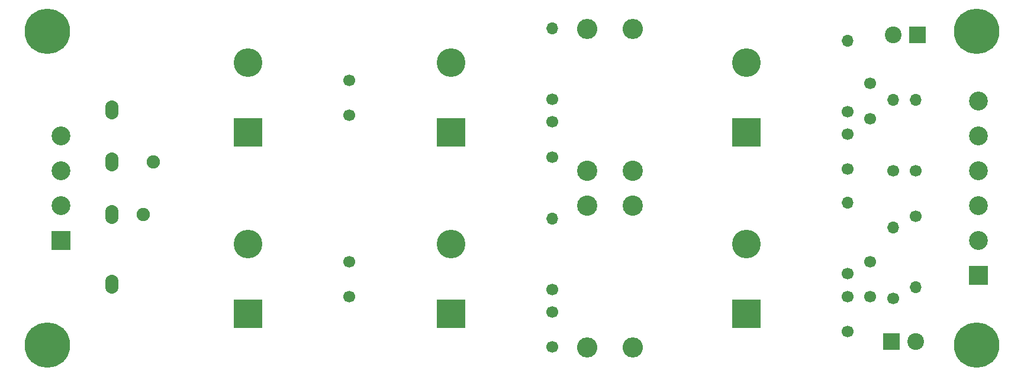
<source format=gbr>
%TF.GenerationSoftware,KiCad,Pcbnew,(5.1.6-0)*%
%TF.CreationDate,2023-07-07T17:58:43-07:00*%
%TF.ProjectId,psu_board_small,7073755f-626f-4617-9264-5f736d616c6c,rev?*%
%TF.SameCoordinates,Original*%
%TF.FileFunction,Soldermask,Bot*%
%TF.FilePolarity,Negative*%
%FSLAX46Y46*%
G04 Gerber Fmt 4.6, Leading zero omitted, Abs format (unit mm)*
G04 Created by KiCad (PCBNEW (5.1.6-0)) date 2023-07-07 17:58:43*
%MOMM*%
%LPD*%
G01*
G04 APERTURE LIST*
%ADD10C,0.900000*%
%ADD11C,6.500000*%
%ADD12C,2.400000*%
%ADD13R,2.400000X2.400000*%
%ADD14C,1.900000*%
%ADD15O,1.700000X1.700000*%
%ADD16C,1.700000*%
%ADD17C,2.700000*%
%ADD18R,2.700000X2.700000*%
%ADD19O,2.900000X2.900000*%
%ADD20C,2.900000*%
%ADD21O,1.900000X2.700000*%
%ADD22C,4.100000*%
%ADD23R,4.100000X4.100000*%
G04 APERTURE END LIST*
D10*
%TO.C,H4*%
X160947056Y-113302944D03*
X159250000Y-112600000D03*
X157552944Y-113302944D03*
X156850000Y-115000000D03*
X157552944Y-116697056D03*
X159250000Y-117400000D03*
X160947056Y-116697056D03*
X161650000Y-115000000D03*
D11*
X159250000Y-115000000D03*
%TD*%
D10*
%TO.C,H3*%
X160947056Y-68302944D03*
X159250000Y-67600000D03*
X157552944Y-68302944D03*
X156850000Y-70000000D03*
X157552944Y-71697056D03*
X159250000Y-72400000D03*
X160947056Y-71697056D03*
X161650000Y-70000000D03*
D11*
X159250000Y-70000000D03*
%TD*%
D10*
%TO.C,H2*%
X27947056Y-68302944D03*
X26250000Y-67600000D03*
X24552944Y-68302944D03*
X23850000Y-70000000D03*
X24552944Y-71697056D03*
X26250000Y-72400000D03*
X27947056Y-71697056D03*
X28650000Y-70000000D03*
D11*
X26250000Y-70000000D03*
%TD*%
D10*
%TO.C,H1*%
X27947056Y-113302944D03*
X26250000Y-112600000D03*
X24552944Y-113302944D03*
X23850000Y-115000000D03*
X24552944Y-116697056D03*
X26250000Y-117400000D03*
X27947056Y-116697056D03*
X28650000Y-115000000D03*
D11*
X26250000Y-115000000D03*
%TD*%
D12*
%TO.C,J3*%
X147250000Y-70500000D03*
D13*
X150750000Y-70500000D03*
%TD*%
D12*
%TO.C,J2*%
X150500000Y-114500000D03*
D13*
X147000000Y-114500000D03*
%TD*%
D14*
%TO.C,RV1*%
X41400000Y-88750000D03*
X40000000Y-96250000D03*
%TD*%
D15*
%TO.C,R8*%
X140750000Y-71340000D03*
D16*
X140750000Y-81500000D03*
%TD*%
D15*
%TO.C,R7*%
X140750000Y-94590000D03*
D16*
X140750000Y-104750000D03*
%TD*%
D17*
%TO.C,J4*%
X159500000Y-80000000D03*
X159500000Y-85000000D03*
X159500000Y-90000000D03*
X159500000Y-95000000D03*
X159500000Y-100000000D03*
D18*
X159500000Y-105000000D03*
%TD*%
D17*
%TO.C,J1*%
X28250000Y-85000000D03*
X28250000Y-90000000D03*
X28250000Y-95000000D03*
D18*
X28250000Y-100000000D03*
%TD*%
D16*
%TO.C,C14*%
X140750000Y-84750000D03*
X140750000Y-89750000D03*
%TD*%
%TO.C,C13*%
X140750000Y-108000000D03*
X140750000Y-113000000D03*
%TD*%
%TO.C,C12*%
X144000000Y-77500000D03*
X144000000Y-82500000D03*
%TD*%
%TO.C,C11*%
X144000000Y-103000000D03*
X144000000Y-108000000D03*
%TD*%
D15*
%TO.C,R12*%
X147250000Y-79840000D03*
D16*
X147250000Y-90000000D03*
%TD*%
D15*
%TO.C,R11*%
X147250000Y-98090000D03*
D16*
X147250000Y-108250000D03*
%TD*%
D15*
%TO.C,R10*%
X150500000Y-79840000D03*
D16*
X150500000Y-90000000D03*
%TD*%
D15*
%TO.C,R9*%
X150500000Y-106660000D03*
D16*
X150500000Y-96500000D03*
%TD*%
D19*
%TO.C,R6*%
X110000000Y-69680000D03*
D20*
X110000000Y-90000000D03*
%TD*%
D19*
%TO.C,R5*%
X103500000Y-69680000D03*
D20*
X103500000Y-90000000D03*
%TD*%
D19*
%TO.C,R4*%
X110000000Y-115320000D03*
D20*
X110000000Y-95000000D03*
%TD*%
D19*
%TO.C,R3*%
X103500000Y-115320000D03*
D20*
X103500000Y-95000000D03*
%TD*%
D15*
%TO.C,R2*%
X98500000Y-69590000D03*
D16*
X98500000Y-79750000D03*
%TD*%
D15*
%TO.C,R1*%
X98500000Y-96840000D03*
D16*
X98500000Y-107000000D03*
%TD*%
D21*
%TO.C,D1*%
X35500000Y-81250000D03*
X35500000Y-88750000D03*
X35500000Y-96250000D03*
X35500000Y-106250000D03*
%TD*%
D22*
%TO.C,C10*%
X126250000Y-74500000D03*
D23*
X126250000Y-84500000D03*
%TD*%
D22*
%TO.C,C9*%
X126250000Y-100500000D03*
D23*
X126250000Y-110500000D03*
%TD*%
D16*
%TO.C,C8*%
X98500000Y-83000000D03*
X98500000Y-88000000D03*
%TD*%
%TO.C,C7*%
X98500000Y-110250000D03*
X98500000Y-115250000D03*
%TD*%
%TO.C,C6*%
X69500000Y-77000000D03*
X69500000Y-82000000D03*
%TD*%
%TO.C,C5*%
X69500000Y-103000000D03*
X69500000Y-108000000D03*
%TD*%
D22*
%TO.C,C4*%
X84000000Y-74500000D03*
D23*
X84000000Y-84500000D03*
%TD*%
D22*
%TO.C,C3*%
X84000000Y-100500000D03*
D23*
X84000000Y-110500000D03*
%TD*%
D22*
%TO.C,C2*%
X55000000Y-74500000D03*
D23*
X55000000Y-84500000D03*
%TD*%
D22*
%TO.C,C1*%
X55000000Y-100500000D03*
D23*
X55000000Y-110500000D03*
%TD*%
M02*

</source>
